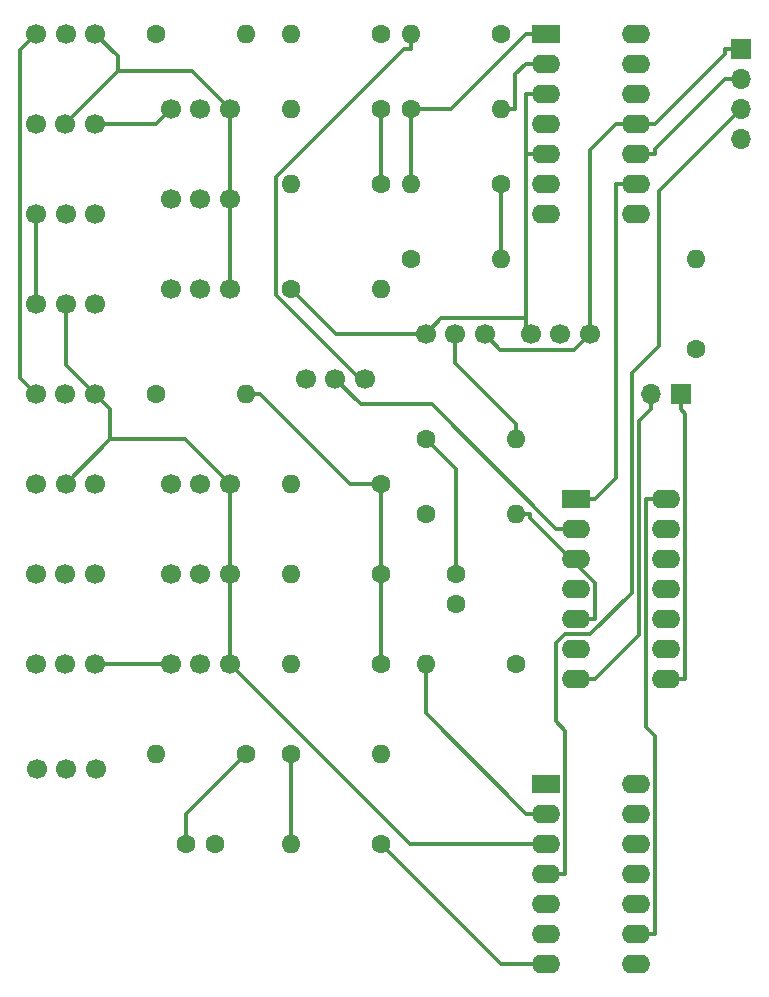
<source format=gtl>
%TF.GenerationSoftware,KiCad,Pcbnew,(5.1.12)-1*%
%TF.CreationDate,2021-11-26T16:15:13-08:00*%
%TF.ProjectId,VCF,5643462e-6b69-4636-9164-5f7063625858,rev?*%
%TF.SameCoordinates,Original*%
%TF.FileFunction,Copper,L1,Top*%
%TF.FilePolarity,Positive*%
%FSLAX46Y46*%
G04 Gerber Fmt 4.6, Leading zero omitted, Abs format (unit mm)*
G04 Created by KiCad (PCBNEW (5.1.12)-1) date 2021-11-26 16:15:13*
%MOMM*%
%LPD*%
G01*
G04 APERTURE LIST*
%TA.AperFunction,ComponentPad*%
%ADD10C,1.700000*%
%TD*%
%TA.AperFunction,ComponentPad*%
%ADD11O,1.600000X1.600000*%
%TD*%
%TA.AperFunction,ComponentPad*%
%ADD12C,1.600000*%
%TD*%
%TA.AperFunction,ComponentPad*%
%ADD13O,1.700000X1.700000*%
%TD*%
%TA.AperFunction,ComponentPad*%
%ADD14R,1.700000X1.700000*%
%TD*%
%TA.AperFunction,ComponentPad*%
%ADD15O,2.400000X1.600000*%
%TD*%
%TA.AperFunction,ComponentPad*%
%ADD16R,2.400000X1.600000*%
%TD*%
%TA.AperFunction,Conductor*%
%ADD17C,0.304800*%
%TD*%
G04 APERTURE END LIST*
D10*
%TO.P,RV12,3*%
%TO.N,GND*%
X65960000Y-74930000D03*
%TO.P,RV12,2*%
%TO.N,Net-(R20-Pad1)*%
X63460000Y-74930000D03*
%TO.P,RV12,1*%
%TO.N,+12V*%
X60960000Y-74930000D03*
%TD*%
%TO.P,RV11,3*%
%TO.N,GND*%
X66000000Y-44450000D03*
%TO.P,RV11,2*%
%TO.N,Net-(R19-Pad1)*%
X63500000Y-44450000D03*
%TO.P,RV11,1*%
%TO.N,+12V*%
X61000000Y-44450000D03*
%TD*%
%TO.P,RV10,3*%
%TO.N,GND*%
X77390000Y-97790000D03*
%TO.P,RV10,2*%
%TO.N,Net-(R16-Pad2)*%
X74890000Y-97790000D03*
%TO.P,RV10,1*%
%TO.N,Net-(J7-PadTN)*%
X72390000Y-97790000D03*
%TD*%
%TO.P,RV9,3*%
%TO.N,GND*%
X77390000Y-90170000D03*
%TO.P,RV9,2*%
%TO.N,Net-(R15-Pad2)*%
X74890000Y-90170000D03*
%TO.P,RV9,1*%
%TO.N,Net-(J6-PadTN)*%
X72390000Y-90170000D03*
%TD*%
%TO.P,RV8,3*%
%TO.N,GND*%
X77390000Y-82550000D03*
%TO.P,RV8,2*%
%TO.N,Net-(R14-Pad2)*%
X74890000Y-82550000D03*
%TO.P,RV8,1*%
%TO.N,Net-(J5-PadTN)*%
X72390000Y-82550000D03*
%TD*%
%TO.P,RV7,3*%
%TO.N,Net-(R13-Pad2)*%
X66040000Y-106680000D03*
%TO.P,RV7,2*%
%TO.N,Net-(Q1-Pad13)*%
X63540000Y-106680000D03*
%TO.P,RV7,1*%
%TO.N,Net-(R17-Pad1)*%
X61040000Y-106680000D03*
%TD*%
%TO.P,RV6,3*%
%TO.N,-12V*%
X107870000Y-69850000D03*
%TO.P,RV6,2*%
%TO.N,Net-(R12-Pad2)*%
X105370000Y-69850000D03*
%TO.P,RV6,1*%
%TO.N,GND*%
X102870000Y-69850000D03*
%TD*%
%TO.P,RV5,3*%
%TO.N,-12V*%
X98980000Y-69850000D03*
%TO.P,RV5,2*%
%TO.N,Net-(R4-Pad2)*%
X96480000Y-69850000D03*
%TO.P,RV5,1*%
%TO.N,GND*%
X93980000Y-69850000D03*
%TD*%
%TO.P,RV4,3*%
%TO.N,GND*%
X77390000Y-66040000D03*
%TO.P,RV4,2*%
%TO.N,Net-(R7-Pad2)*%
X74890000Y-66040000D03*
%TO.P,RV4,1*%
%TO.N,Net-(J1-PadTN)*%
X72390000Y-66040000D03*
%TD*%
%TO.P,RV3,3*%
%TO.N,GND*%
X77390000Y-58420000D03*
%TO.P,RV3,2*%
%TO.N,Net-(R6-Pad2)*%
X74890000Y-58420000D03*
%TO.P,RV3,1*%
%TO.N,Net-(J2-PadTN)*%
X72390000Y-58420000D03*
%TD*%
%TO.P,RV2,3*%
%TO.N,GND*%
X77390000Y-50800000D03*
%TO.P,RV2,2*%
%TO.N,Net-(R5-Pad2)*%
X74890000Y-50800000D03*
%TO.P,RV2,1*%
%TO.N,Net-(J3-PadTN)*%
X72390000Y-50800000D03*
%TD*%
%TO.P,Fine Tune 1,3*%
%TO.N,Net-(R3-Pad2)*%
X88820000Y-73660000D03*
%TO.P,Fine Tune 1,2*%
%TO.N,Net-(Q1-Pad2)*%
X86320000Y-73660000D03*
%TO.P,Fine Tune 1,1*%
%TO.N,Net-(R2-Pad1)*%
X83820000Y-73660000D03*
%TD*%
%TO.P,J7,TN*%
%TO.N,Net-(J7-PadTN)*%
X65960000Y-97790000D03*
%TO.P,J7,T*%
%TO.N,GND*%
X63460000Y-97790000D03*
%TO.P,J7,S*%
X60960000Y-97790000D03*
%TD*%
%TO.P,J6,TN*%
%TO.N,Net-(J6-PadTN)*%
X65960000Y-90170000D03*
%TO.P,J6,T*%
%TO.N,GND*%
X63460000Y-90170000D03*
%TO.P,J6,S*%
X60960000Y-90170000D03*
%TD*%
%TO.P,J5,TN*%
%TO.N,Net-(J5-PadTN)*%
X66000000Y-82550000D03*
%TO.P,J5,T*%
%TO.N,GND*%
X63500000Y-82550000D03*
%TO.P,J5,S*%
X61000000Y-82550000D03*
%TD*%
%TO.P,J3,TN*%
%TO.N,Net-(J3-PadTN)*%
X65960000Y-52070000D03*
%TO.P,J3,T*%
%TO.N,GND*%
X63460000Y-52070000D03*
%TO.P,J3,S*%
X60960000Y-52070000D03*
%TD*%
%TO.P,J2,TN*%
%TO.N,Net-(J2-PadTN)*%
X66000000Y-59690000D03*
%TO.P,J2,T*%
%TO.N,GND*%
X63500000Y-59690000D03*
%TO.P,J2,S*%
X61000000Y-59690000D03*
%TD*%
%TO.P,J1,TN*%
%TO.N,Net-(J1-PadTN)*%
X66000000Y-67310000D03*
%TO.P,J1,T*%
%TO.N,GND*%
X63500000Y-67310000D03*
%TO.P,J1,S*%
X61000000Y-67310000D03*
%TD*%
D11*
%TO.P,R20,2*%
%TO.N,Net-(R11-Pad2)*%
X78740000Y-74930000D03*
D12*
%TO.P,R20,1*%
%TO.N,Net-(R20-Pad1)*%
X71120000Y-74930000D03*
%TD*%
D11*
%TO.P,R19,2*%
%TO.N,Net-(R19-Pad2)*%
X78740000Y-44450000D03*
D12*
%TO.P,R19,1*%
%TO.N,Net-(R19-Pad1)*%
X71120000Y-44450000D03*
%TD*%
D13*
%TO.P,J8,4*%
%TO.N,+5V*%
X120650000Y-53340000D03*
%TO.P,J8,3*%
%TO.N,+12V*%
X120650000Y-50800000D03*
%TO.P,J8,2*%
%TO.N,GND*%
X120650000Y-48260000D03*
D14*
%TO.P,J8,1*%
%TO.N,-12V*%
X120650000Y-45720000D03*
%TD*%
D15*
%TO.P,U2,14*%
%TO.N,N/C*%
X111760000Y-107950000D03*
%TO.P,U2,7*%
%TO.N,Net-(R17-Pad1)*%
X104140000Y-123190000D03*
%TO.P,U2,13*%
%TO.N,N/C*%
X111760000Y-110490000D03*
%TO.P,U2,6*%
%TO.N,Net-(R17-Pad2)*%
X104140000Y-120650000D03*
%TO.P,U2,12*%
%TO.N,N/C*%
X111760000Y-113030000D03*
%TO.P,U2,5*%
%TO.N,GND*%
X104140000Y-118110000D03*
%TO.P,U2,11*%
%TO.N,-12V*%
X111760000Y-115570000D03*
%TO.P,U2,4*%
%TO.N,+12V*%
X104140000Y-115570000D03*
%TO.P,U2,10*%
%TO.N,GND*%
X111760000Y-118110000D03*
%TO.P,U2,3*%
X104140000Y-113030000D03*
%TO.P,U2,9*%
%TO.N,Net-(C2-Pad2)*%
X111760000Y-120650000D03*
%TO.P,U2,2*%
%TO.N,Net-(R11-Pad2)*%
X104140000Y-110490000D03*
%TO.P,U2,8*%
%TO.N,Net-(C2-Pad1)*%
X111760000Y-123190000D03*
D16*
%TO.P,U2,1*%
%TO.N,Net-(R11-Pad1)*%
X104140000Y-107950000D03*
%TD*%
D15*
%TO.P,U1,14*%
%TO.N,N/C*%
X111760000Y-44450000D03*
%TO.P,U1,7*%
%TO.N,Net-(R2-Pad1)*%
X104140000Y-59690000D03*
%TO.P,U1,13*%
%TO.N,N/C*%
X111760000Y-46990000D03*
%TO.P,U1,6*%
%TO.N,Net-(R1-Pad1)*%
X104140000Y-57150000D03*
%TO.P,U1,12*%
%TO.N,N/C*%
X111760000Y-49530000D03*
%TO.P,U1,5*%
%TO.N,GND*%
X104140000Y-54610000D03*
%TO.P,U1,11*%
%TO.N,-12V*%
X111760000Y-52070000D03*
%TO.P,U1,4*%
%TO.N,+12V*%
X104140000Y-52070000D03*
%TO.P,U1,10*%
%TO.N,GND*%
X111760000Y-54610000D03*
%TO.P,U1,3*%
X104140000Y-49530000D03*
%TO.P,U1,9*%
%TO.N,Net-(C1-Pad2)*%
X111760000Y-57150000D03*
%TO.P,U1,2*%
%TO.N,Net-(R19-Pad2)*%
X104140000Y-46990000D03*
%TO.P,U1,8*%
%TO.N,Net-(C1-Pad1)*%
X111760000Y-59690000D03*
D16*
%TO.P,U1,1*%
%TO.N,Net-(R1-Pad2)*%
X104140000Y-44450000D03*
%TD*%
D11*
%TO.P,R18,2*%
%TO.N,Net-(R11-Pad1)*%
X90170000Y-105410000D03*
D12*
%TO.P,R18,1*%
%TO.N,Net-(R17-Pad2)*%
X82550000Y-105410000D03*
%TD*%
D11*
%TO.P,R17,2*%
%TO.N,Net-(R17-Pad2)*%
X82550000Y-113030000D03*
D12*
%TO.P,R17,1*%
%TO.N,Net-(R17-Pad1)*%
X90170000Y-113030000D03*
%TD*%
D11*
%TO.P,R16,2*%
%TO.N,Net-(R16-Pad2)*%
X82550000Y-97790000D03*
D12*
%TO.P,R16,1*%
%TO.N,Net-(R11-Pad2)*%
X90170000Y-97790000D03*
%TD*%
D11*
%TO.P,R15,2*%
%TO.N,Net-(R15-Pad2)*%
X82550000Y-90170000D03*
D12*
%TO.P,R15,1*%
%TO.N,Net-(R11-Pad2)*%
X90170000Y-90170000D03*
%TD*%
D11*
%TO.P,R14,2*%
%TO.N,Net-(R14-Pad2)*%
X82550000Y-82550000D03*
D12*
%TO.P,R14,1*%
%TO.N,Net-(R11-Pad2)*%
X90170000Y-82550000D03*
%TD*%
D11*
%TO.P,R13,2*%
%TO.N,Net-(R13-Pad2)*%
X90170000Y-66040000D03*
D12*
%TO.P,R13,1*%
%TO.N,GND*%
X82550000Y-66040000D03*
%TD*%
D11*
%TO.P,R12,2*%
%TO.N,Net-(R12-Pad2)*%
X116840000Y-63500000D03*
D12*
%TO.P,R12,1*%
%TO.N,Net-(C2-Pad2)*%
X116840000Y-71120000D03*
%TD*%
D11*
%TO.P,R11,2*%
%TO.N,Net-(R11-Pad2)*%
X93980000Y-97790000D03*
D12*
%TO.P,R11,1*%
%TO.N,Net-(R11-Pad1)*%
X101600000Y-97790000D03*
%TD*%
D11*
%TO.P,R10,2*%
%TO.N,Net-(Q1-Pad10)*%
X71120000Y-105410000D03*
D12*
%TO.P,R10,1*%
%TO.N,Net-(C2-Pad1)*%
X78740000Y-105410000D03*
%TD*%
D11*
%TO.P,R9,2*%
%TO.N,Net-(R19-Pad2)*%
X100330000Y-50800000D03*
D12*
%TO.P,R9,1*%
%TO.N,Net-(R1-Pad2)*%
X92710000Y-50800000D03*
%TD*%
D11*
%TO.P,R8,2*%
%TO.N,Net-(Q1-Pad3)*%
X101600000Y-85090000D03*
D12*
%TO.P,R8,1*%
%TO.N,Net-(C1-Pad1)*%
X93980000Y-85090000D03*
%TD*%
D11*
%TO.P,R7,2*%
%TO.N,Net-(R7-Pad2)*%
X82550000Y-57150000D03*
D12*
%TO.P,R7,1*%
%TO.N,Net-(R19-Pad2)*%
X90170000Y-57150000D03*
%TD*%
D11*
%TO.P,R6,2*%
%TO.N,Net-(R6-Pad2)*%
X82550000Y-50800000D03*
D12*
%TO.P,R6,1*%
%TO.N,Net-(R19-Pad2)*%
X90170000Y-50800000D03*
%TD*%
D11*
%TO.P,R5,2*%
%TO.N,Net-(R5-Pad2)*%
X82550000Y-44450000D03*
D12*
%TO.P,R5,1*%
%TO.N,Net-(R19-Pad2)*%
X90170000Y-44450000D03*
%TD*%
D11*
%TO.P,R4,2*%
%TO.N,Net-(R4-Pad2)*%
X101600000Y-78740000D03*
D12*
%TO.P,R4,1*%
%TO.N,Net-(C1-Pad2)*%
X93980000Y-78740000D03*
%TD*%
D11*
%TO.P,R3,2*%
%TO.N,Net-(R3-Pad2)*%
X92710000Y-44450000D03*
D12*
%TO.P,R3,1*%
%TO.N,GND*%
X100330000Y-44450000D03*
%TD*%
D11*
%TO.P,R2,2*%
%TO.N,Net-(R1-Pad1)*%
X100330000Y-63500000D03*
D12*
%TO.P,R2,1*%
%TO.N,Net-(R2-Pad1)*%
X92710000Y-63500000D03*
%TD*%
D11*
%TO.P,R1,2*%
%TO.N,Net-(R1-Pad2)*%
X92710000Y-57150000D03*
D12*
%TO.P,R1,1*%
%TO.N,Net-(R1-Pad1)*%
X100330000Y-57150000D03*
%TD*%
D15*
%TO.P,Q1,14*%
%TO.N,Net-(C2-Pad2)*%
X114300000Y-83820000D03*
%TO.P,Q1,7*%
%TO.N,Net-(J4-Pad2)*%
X106680000Y-99060000D03*
%TO.P,Q1,13*%
%TO.N,Net-(Q1-Pad13)*%
X114300000Y-86360000D03*
%TO.P,Q1,6*%
%TO.N,GND*%
X106680000Y-96520000D03*
%TO.P,Q1,12*%
%TO.N,Net-(Q1-Pad10)*%
X114300000Y-88900000D03*
%TO.P,Q1,5*%
%TO.N,Net-(Q1-Pad3)*%
X106680000Y-93980000D03*
%TO.P,Q1,11*%
%TO.N,Net-(Q1-Pad11)*%
X114300000Y-91440000D03*
%TO.P,Q1,4*%
%TO.N,Net-(Q1-Pad4)*%
X106680000Y-91440000D03*
%TO.P,Q1,10*%
%TO.N,Net-(Q1-Pad10)*%
X114300000Y-93980000D03*
%TO.P,Q1,3*%
%TO.N,Net-(Q1-Pad3)*%
X106680000Y-88900000D03*
%TO.P,Q1,9*%
%TO.N,GND*%
X114300000Y-96520000D03*
%TO.P,Q1,2*%
%TO.N,Net-(Q1-Pad2)*%
X106680000Y-86360000D03*
%TO.P,Q1,8*%
%TO.N,Net-(J4-Pad1)*%
X114300000Y-99060000D03*
D16*
%TO.P,Q1,1*%
%TO.N,Net-(C1-Pad2)*%
X106680000Y-83820000D03*
%TD*%
D13*
%TO.P,J4,2*%
%TO.N,Net-(J4-Pad2)*%
X113030000Y-74930000D03*
D14*
%TO.P,J4,1*%
%TO.N,Net-(J4-Pad1)*%
X115570000Y-74930000D03*
%TD*%
D12*
%TO.P,C2,2*%
%TO.N,Net-(C2-Pad2)*%
X76160000Y-113030000D03*
%TO.P,C2,1*%
%TO.N,Net-(C2-Pad1)*%
X73660000Y-113030000D03*
%TD*%
%TO.P,C1,2*%
%TO.N,Net-(C1-Pad2)*%
X96520000Y-90210000D03*
%TO.P,C1,1*%
%TO.N,Net-(C1-Pad1)*%
X96520000Y-92710000D03*
%TD*%
D17*
%TO.N,Net-(C1-Pad2)*%
X96520000Y-90210000D02*
X96520000Y-81280000D01*
X96520000Y-81280000D02*
X93980000Y-78740000D01*
X110102500Y-57150000D02*
X110102500Y-82055000D01*
X110102500Y-82055000D02*
X108337500Y-83820000D01*
X106680000Y-83820000D02*
X108337500Y-83820000D01*
X111760000Y-57150000D02*
X110102500Y-57150000D01*
%TO.N,GND*%
X67907100Y-47622900D02*
X74212900Y-47622900D01*
X74212900Y-47622900D02*
X77390000Y-50800000D01*
X63460000Y-52070000D02*
X67907100Y-47622900D01*
X67907100Y-47622900D02*
X67907100Y-46357100D01*
X67907100Y-46357100D02*
X66000000Y-44450000D01*
X77390000Y-58420000D02*
X77390000Y-50800000D01*
X104140000Y-113030000D02*
X102482500Y-113030000D01*
X102482500Y-113030000D02*
X92630000Y-113030000D01*
X92630000Y-113030000D02*
X77390000Y-97790000D01*
X93980000Y-69850000D02*
X86360000Y-69850000D01*
X86360000Y-69850000D02*
X82550000Y-66040000D01*
X102482500Y-68508600D02*
X95321400Y-68508600D01*
X95321400Y-68508600D02*
X93980000Y-69850000D01*
X102482500Y-68508600D02*
X102482500Y-69462500D01*
X102482500Y-69462500D02*
X102870000Y-69850000D01*
X102482500Y-54610000D02*
X102482500Y-68508600D01*
X102482500Y-49530000D02*
X102482500Y-54610000D01*
X111760000Y-54610000D02*
X113417500Y-54610000D01*
X120650000Y-48260000D02*
X119342500Y-48260000D01*
X113417500Y-54610000D02*
X113417500Y-54185000D01*
X113417500Y-54185000D02*
X119342500Y-48260000D01*
X77390000Y-97790000D02*
X77390000Y-90170000D01*
X77390000Y-66040000D02*
X77390000Y-58420000D01*
X67261100Y-78788900D02*
X67261100Y-76231100D01*
X67261100Y-76231100D02*
X65960000Y-74930000D01*
X63500000Y-82550000D02*
X67261100Y-78788900D01*
X67261100Y-78788900D02*
X73628900Y-78788900D01*
X73628900Y-78788900D02*
X77390000Y-82550000D01*
X77390000Y-82550000D02*
X77390000Y-90170000D01*
X104140000Y-49530000D02*
X102482500Y-49530000D01*
X63500000Y-67310000D02*
X63500000Y-72470000D01*
X63500000Y-72470000D02*
X65960000Y-74930000D01*
X61000000Y-67310000D02*
X61000000Y-59690000D01*
X104140000Y-54610000D02*
X102482500Y-54610000D01*
%TO.N,Net-(J4-Pad2)*%
X106680000Y-99060000D02*
X108337500Y-99060000D01*
X113030000Y-74930000D02*
X113030000Y-76237500D01*
X113030000Y-76237500D02*
X112032500Y-77235000D01*
X112032500Y-77235000D02*
X112032500Y-95365000D01*
X112032500Y-95365000D02*
X108337500Y-99060000D01*
%TO.N,Net-(J4-Pad1)*%
X115957500Y-99060000D02*
X115957500Y-76625000D01*
X115957500Y-76625000D02*
X115570000Y-76237500D01*
X114300000Y-99060000D02*
X115957500Y-99060000D01*
X115570000Y-74930000D02*
X115570000Y-76237500D01*
%TO.N,Net-(Q1-Pad3)*%
X101600000Y-85090000D02*
X102857500Y-85090000D01*
X102857500Y-85090000D02*
X102857500Y-85438900D01*
X102857500Y-85438900D02*
X106318600Y-88900000D01*
X106680000Y-93980000D02*
X108337500Y-93980000D01*
X106318600Y-88900000D02*
X108337500Y-90918900D01*
X108337500Y-90918900D02*
X108337500Y-93980000D01*
X106680000Y-88900000D02*
X106318600Y-88900000D01*
%TO.N,Net-(Q1-Pad2)*%
X106680000Y-86360000D02*
X105022500Y-86360000D01*
X105022500Y-86360000D02*
X94497800Y-75835300D01*
X94497800Y-75835300D02*
X88495300Y-75835300D01*
X88495300Y-75835300D02*
X86320000Y-73660000D01*
%TO.N,Net-(R1-Pad2)*%
X92710000Y-50800000D02*
X96132500Y-50800000D01*
X96132500Y-50800000D02*
X102482500Y-44450000D01*
X104140000Y-44450000D02*
X102482500Y-44450000D01*
X92710000Y-57150000D02*
X92710000Y-50800000D01*
%TO.N,Net-(R1-Pad1)*%
X100330000Y-63500000D02*
X100330000Y-57150000D01*
%TO.N,Net-(R3-Pad2)*%
X92710000Y-44450000D02*
X92710000Y-45707500D01*
X92710000Y-45707500D02*
X92159800Y-45707500D01*
X92159800Y-45707500D02*
X81275300Y-56592000D01*
X81275300Y-56592000D02*
X81275300Y-66546800D01*
X81275300Y-66546800D02*
X88388500Y-73660000D01*
X88388500Y-73660000D02*
X88820000Y-73660000D01*
%TO.N,Net-(R4-Pad2)*%
X101600000Y-78740000D02*
X101600000Y-77482500D01*
X101600000Y-77482500D02*
X96480000Y-72362500D01*
X96480000Y-72362500D02*
X96480000Y-69850000D01*
%TO.N,-12V*%
X98980000Y-69850000D02*
X100314800Y-71184800D01*
X100314800Y-71184800D02*
X106535200Y-71184800D01*
X106535200Y-71184800D02*
X107870000Y-69850000D01*
X120650000Y-45720000D02*
X119342500Y-45720000D01*
X111760000Y-52070000D02*
X113417500Y-52070000D01*
X119342500Y-45720000D02*
X119342500Y-46145000D01*
X119342500Y-46145000D02*
X113417500Y-52070000D01*
X111760000Y-52070000D02*
X110102500Y-52070000D01*
X110102500Y-52070000D02*
X107870000Y-54302500D01*
X107870000Y-54302500D02*
X107870000Y-69850000D01*
%TO.N,+12V*%
X104140000Y-115570000D02*
X105797500Y-115570000D01*
X120650000Y-50800000D02*
X113727400Y-57722600D01*
X113727400Y-57722600D02*
X113727400Y-70875900D01*
X113727400Y-70875900D02*
X111422500Y-73180800D01*
X111422500Y-73180800D02*
X111422500Y-91771300D01*
X111422500Y-91771300D02*
X107943800Y-95250000D01*
X107943800Y-95250000D02*
X105753800Y-95250000D01*
X105753800Y-95250000D02*
X104994800Y-96009000D01*
X104994800Y-96009000D02*
X104994800Y-102653000D01*
X104994800Y-102653000D02*
X105797500Y-103455700D01*
X105797500Y-103455700D02*
X105797500Y-115570000D01*
X61000000Y-44450000D02*
X59652400Y-45797600D01*
X59652400Y-45797600D02*
X59652400Y-73622400D01*
X59652400Y-73622400D02*
X60960000Y-74930000D01*
%TO.N,Net-(C2-Pad2)*%
X114300000Y-83820000D02*
X112642500Y-83820000D01*
X111760000Y-120650000D02*
X113417500Y-120650000D01*
X113417500Y-120650000D02*
X113417500Y-103892500D01*
X113417500Y-103892500D02*
X112642500Y-103117500D01*
X112642500Y-103117500D02*
X112642500Y-83820000D01*
%TO.N,Net-(C2-Pad1)*%
X73660000Y-113030000D02*
X73660000Y-110490000D01*
X73660000Y-110490000D02*
X78740000Y-105410000D01*
%TO.N,Net-(R11-Pad2)*%
X104140000Y-110490000D02*
X102482500Y-110490000D01*
X93980000Y-97790000D02*
X93980000Y-101987500D01*
X93980000Y-101987500D02*
X102482500Y-110490000D01*
X90170000Y-82550000D02*
X87617500Y-82550000D01*
X87617500Y-82550000D02*
X79997500Y-74930000D01*
X78740000Y-74930000D02*
X79997500Y-74930000D01*
X90170000Y-82550000D02*
X90170000Y-90170000D01*
X90170000Y-90170000D02*
X90170000Y-97790000D01*
%TO.N,Net-(R17-Pad2)*%
X82550000Y-113030000D02*
X82550000Y-105410000D01*
%TO.N,Net-(R17-Pad1)*%
X90170000Y-113030000D02*
X100330000Y-123190000D01*
X100330000Y-123190000D02*
X104140000Y-123190000D01*
%TO.N,Net-(J3-PadTN)*%
X65960000Y-52070000D02*
X71120000Y-52070000D01*
X71120000Y-52070000D02*
X72390000Y-50800000D01*
%TO.N,Net-(J7-PadTN)*%
X65960000Y-97790000D02*
X72390000Y-97790000D01*
%TO.N,Net-(R19-Pad2)*%
X104140000Y-46990000D02*
X102482500Y-46990000D01*
X100330000Y-50800000D02*
X101587500Y-50800000D01*
X101587500Y-50800000D02*
X101587500Y-47885000D01*
X101587500Y-47885000D02*
X102482500Y-46990000D01*
X90170000Y-50800000D02*
X90170000Y-57150000D01*
%TD*%
M02*

</source>
